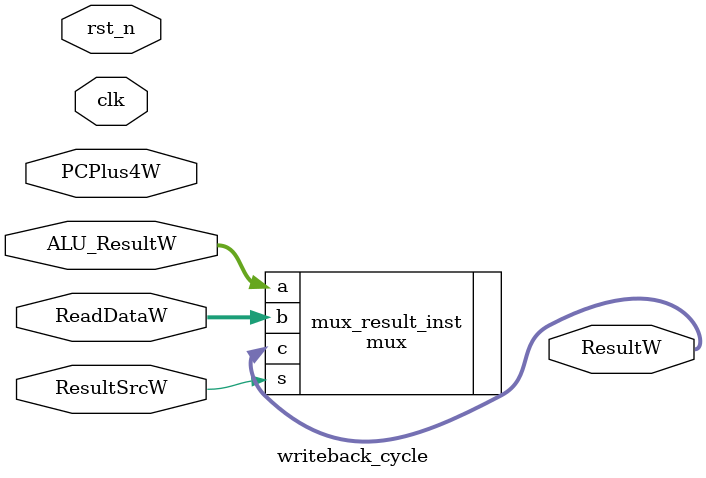
<source format=sv>
module writeback_cycle(
    input  logic        clk, 
    input  logic        rst_n, 
    input  logic        ResultSrcW,
    input  logic [31:0] PCPlus4W, 
    input  logic [31:0] ALU_ResultW, 
    input  logic [31:0] ReadDataW,
    
    output logic [31:0] ResultW
);

    // This mux selects the final data to be written to the Register File
    // s=0: ALU Result
    // s=1: Data Memory Output
    // s=1: Data Memory Output
    mux mux_result_inst (
        .a(ALU_ResultW),
        .b(ReadDataW),
        .s(ResultSrcW),
        .c(ResultW)
    );

endmodule
</source>
